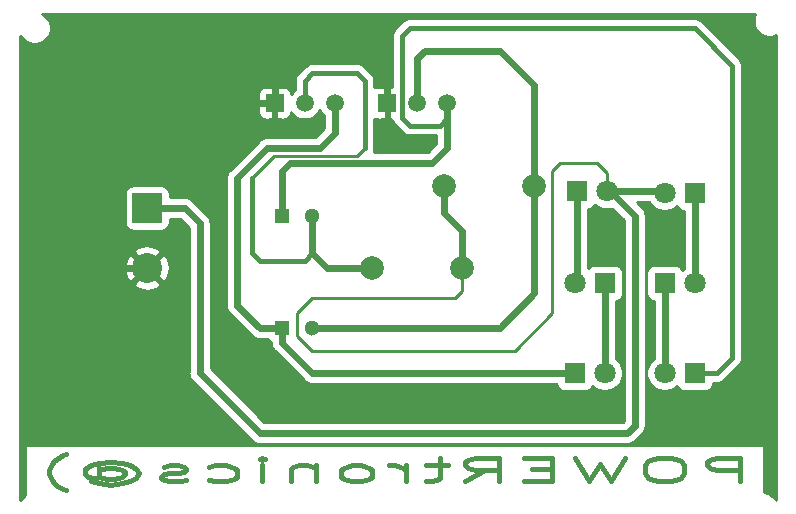
<source format=gbr>
%TF.GenerationSoftware,KiCad,Pcbnew,(5.1.6)-1*%
%TF.CreationDate,2020-09-07T12:27:48+05:30*%
%TF.ProjectId,using 2n222a,7573696e-6720-4326-9e32-3232612e6b69,rev?*%
%TF.SameCoordinates,Original*%
%TF.FileFunction,Copper,L2,Bot*%
%TF.FilePolarity,Positive*%
%FSLAX46Y46*%
G04 Gerber Fmt 4.6, Leading zero omitted, Abs format (unit mm)*
G04 Created by KiCad (PCBNEW (5.1.6)-1) date 2020-09-07 12:27:48*
%MOMM*%
%LPD*%
G01*
G04 APERTURE LIST*
%TA.AperFunction,NonConductor*%
%ADD10C,0.400000*%
%TD*%
%TA.AperFunction,ComponentPad*%
%ADD11C,1.300000*%
%TD*%
%TA.AperFunction,ComponentPad*%
%ADD12R,1.300000X1.300000*%
%TD*%
%TA.AperFunction,ComponentPad*%
%ADD13R,1.800000X1.800000*%
%TD*%
%TA.AperFunction,ComponentPad*%
%ADD14C,1.800000*%
%TD*%
%TA.AperFunction,ComponentPad*%
%ADD15R,2.540000X2.540000*%
%TD*%
%TA.AperFunction,ComponentPad*%
%ADD16C,2.540000*%
%TD*%
%TA.AperFunction,ComponentPad*%
%ADD17C,1.520000*%
%TD*%
%TA.AperFunction,ComponentPad*%
%ADD18R,1.520000X1.520000*%
%TD*%
%TA.AperFunction,ComponentPad*%
%ADD19C,1.998980*%
%TD*%
%TA.AperFunction,Conductor*%
%ADD20C,0.600000*%
%TD*%
%TA.AperFunction,Conductor*%
%ADD21C,0.400000*%
%TD*%
%TA.AperFunction,Conductor*%
%ADD22C,0.250000*%
%TD*%
%TA.AperFunction,Conductor*%
%ADD23C,0.254000*%
%TD*%
G04 APERTURE END LIST*
D10*
X186765714Y-130444761D02*
X186765714Y-128444761D01*
X184860952Y-128444761D01*
X184384761Y-128540000D01*
X184146666Y-128635238D01*
X183908571Y-128825714D01*
X183908571Y-129111428D01*
X184146666Y-129301904D01*
X184384761Y-129397142D01*
X184860952Y-129492380D01*
X186765714Y-129492380D01*
X180813333Y-128444761D02*
X179860952Y-128444761D01*
X179384761Y-128540000D01*
X178908571Y-128730476D01*
X178670476Y-129111428D01*
X178670476Y-129778095D01*
X178908571Y-130159047D01*
X179384761Y-130349523D01*
X179860952Y-130444761D01*
X180813333Y-130444761D01*
X181289523Y-130349523D01*
X181765714Y-130159047D01*
X182003809Y-129778095D01*
X182003809Y-129111428D01*
X181765714Y-128730476D01*
X181289523Y-128540000D01*
X180813333Y-128444761D01*
X177003809Y-128444761D02*
X175813333Y-130444761D01*
X174860952Y-129016190D01*
X173908571Y-130444761D01*
X172718095Y-128444761D01*
X170813333Y-129397142D02*
X169146666Y-129397142D01*
X168432380Y-130444761D02*
X170813333Y-130444761D01*
X170813333Y-128444761D01*
X168432380Y-128444761D01*
X163432380Y-130444761D02*
X165099047Y-129492380D01*
X166289523Y-130444761D02*
X166289523Y-128444761D01*
X164384761Y-128444761D01*
X163908571Y-128540000D01*
X163670476Y-128635238D01*
X163432380Y-128825714D01*
X163432380Y-129111428D01*
X163670476Y-129301904D01*
X163908571Y-129397142D01*
X164384761Y-129492380D01*
X166289523Y-129492380D01*
X162003809Y-129111428D02*
X160099047Y-129111428D01*
X161289523Y-128444761D02*
X161289523Y-130159047D01*
X161051428Y-130349523D01*
X160575238Y-130444761D01*
X160099047Y-130444761D01*
X158432380Y-130444761D02*
X158432380Y-129111428D01*
X158432380Y-129492380D02*
X158194285Y-129301904D01*
X157956190Y-129206666D01*
X157480000Y-129111428D01*
X157003809Y-129111428D01*
X154622857Y-130444761D02*
X155099047Y-130349523D01*
X155337142Y-130254285D01*
X155575238Y-130063809D01*
X155575238Y-129492380D01*
X155337142Y-129301904D01*
X155099047Y-129206666D01*
X154622857Y-129111428D01*
X153908571Y-129111428D01*
X153432380Y-129206666D01*
X153194285Y-129301904D01*
X152956190Y-129492380D01*
X152956190Y-130063809D01*
X153194285Y-130254285D01*
X153432380Y-130349523D01*
X153908571Y-130444761D01*
X154622857Y-130444761D01*
X150813333Y-129111428D02*
X150813333Y-130444761D01*
X150813333Y-129301904D02*
X150575238Y-129206666D01*
X150099047Y-129111428D01*
X149384761Y-129111428D01*
X148908571Y-129206666D01*
X148670476Y-129397142D01*
X148670476Y-130444761D01*
X146289523Y-130444761D02*
X146289523Y-129111428D01*
X146289523Y-128444761D02*
X146527619Y-128540000D01*
X146289523Y-128635238D01*
X146051428Y-128540000D01*
X146289523Y-128444761D01*
X146289523Y-128635238D01*
X141765714Y-130349523D02*
X142241904Y-130444761D01*
X143194285Y-130444761D01*
X143670476Y-130349523D01*
X143908571Y-130254285D01*
X144146666Y-130063809D01*
X144146666Y-129492380D01*
X143908571Y-129301904D01*
X143670476Y-129206666D01*
X143194285Y-129111428D01*
X142241904Y-129111428D01*
X141765714Y-129206666D01*
X139860952Y-130349523D02*
X139384761Y-130444761D01*
X138432380Y-130444761D01*
X137956190Y-130349523D01*
X137718095Y-130159047D01*
X137718095Y-130063809D01*
X137956190Y-129873333D01*
X138432380Y-129778095D01*
X139146666Y-129778095D01*
X139622857Y-129682857D01*
X139860952Y-129492380D01*
X139860952Y-129397142D01*
X139622857Y-129206666D01*
X139146666Y-129111428D01*
X138432380Y-129111428D01*
X137956190Y-129206666D01*
X132480000Y-129492380D02*
X132718095Y-129397142D01*
X133194285Y-129301904D01*
X133670476Y-129301904D01*
X134146666Y-129397142D01*
X134384761Y-129492380D01*
X134622857Y-129682857D01*
X134622857Y-129873333D01*
X134384761Y-130063809D01*
X134146666Y-130159047D01*
X133670476Y-130254285D01*
X133194285Y-130254285D01*
X132718095Y-130159047D01*
X132480000Y-130063809D01*
X132480000Y-129301904D02*
X132480000Y-130063809D01*
X132241904Y-130159047D01*
X132003809Y-130159047D01*
X131527619Y-130063809D01*
X131289523Y-129873333D01*
X131289523Y-129397142D01*
X131765714Y-129111428D01*
X132480000Y-128920952D01*
X133432380Y-128825714D01*
X134384761Y-128920952D01*
X135099047Y-129111428D01*
X135575238Y-129397142D01*
X135813333Y-129778095D01*
X135575238Y-130159047D01*
X135099047Y-130444761D01*
X134384761Y-130635238D01*
X133432380Y-130730476D01*
X132480000Y-130635238D01*
X131765714Y-130444761D01*
X129622857Y-131206666D02*
X129384761Y-131111428D01*
X128908571Y-130825714D01*
X128670476Y-130635238D01*
X128432380Y-130349523D01*
X128194285Y-129873333D01*
X128194285Y-129492380D01*
X128432380Y-129016190D01*
X128670476Y-128730476D01*
X128908571Y-128540000D01*
X129384761Y-128254285D01*
X129622857Y-128159047D01*
D11*
%TO.P,C1,2*%
%TO.N,Net-(C1-Pad2)*%
X150455000Y-117475000D03*
D12*
%TO.P,C1,1*%
%TO.N,Net-(C1-Pad1)*%
X147955000Y-117475000D03*
%TD*%
D11*
%TO.P,C2,2*%
%TO.N,Net-(C2-Pad2)*%
X150455000Y-107950000D03*
D12*
%TO.P,C2,1*%
%TO.N,Net-(C2-Pad1)*%
X147955000Y-107950000D03*
%TD*%
D13*
%TO.P,D1,1*%
%TO.N,Net-(D1-Pad1)*%
X172925001Y-105900000D03*
D14*
%TO.P,D1,2*%
%TO.N,Net-(D1-Pad2)*%
X175465001Y-105900000D03*
%TD*%
D13*
%TO.P,D2,1*%
%TO.N,Net-(D2-Pad1)*%
X175260000Y-113665000D03*
D14*
%TO.P,D2,2*%
%TO.N,Net-(D1-Pad1)*%
X172720000Y-113665000D03*
%TD*%
D13*
%TO.P,D3,1*%
%TO.N,Net-(C1-Pad1)*%
X172720000Y-121285000D03*
D14*
%TO.P,D3,2*%
%TO.N,Net-(D2-Pad1)*%
X175260000Y-121285000D03*
%TD*%
D13*
%TO.P,D4,1*%
%TO.N,Net-(D4-Pad1)*%
X182880000Y-106045000D03*
D14*
%TO.P,D4,2*%
%TO.N,Net-(D1-Pad2)*%
X180340000Y-106045000D03*
%TD*%
D13*
%TO.P,D5,1*%
%TO.N,Net-(D5-Pad1)*%
X180340000Y-113665000D03*
D14*
%TO.P,D5,2*%
%TO.N,Net-(D4-Pad1)*%
X182880000Y-113665000D03*
%TD*%
D13*
%TO.P,D6,1*%
%TO.N,Net-(C2-Pad1)*%
X182880000Y-121285000D03*
D14*
%TO.P,D6,2*%
%TO.N,Net-(D5-Pad1)*%
X180340000Y-121285000D03*
%TD*%
D15*
%TO.P,J1,1*%
%TO.N,Net-(D1-Pad2)*%
X136525000Y-107315000D03*
D16*
%TO.P,J1,2*%
%TO.N,Net-(J1-Pad2)*%
X136525000Y-112395000D03*
%TD*%
D17*
%TO.P,Q1,2*%
%TO.N,Net-(C2-Pad2)*%
X149860000Y-98425000D03*
%TO.P,Q1,3*%
%TO.N,Net-(C1-Pad1)*%
X152400000Y-98425000D03*
D18*
%TO.P,Q1,1*%
%TO.N,Net-(J1-Pad2)*%
X147320000Y-98425000D03*
%TD*%
D17*
%TO.P,Q2,2*%
%TO.N,Net-(C1-Pad2)*%
X159385000Y-98425000D03*
%TO.P,Q2,3*%
%TO.N,Net-(C2-Pad1)*%
X161925000Y-98425000D03*
D18*
%TO.P,Q2,1*%
%TO.N,Net-(J1-Pad2)*%
X156845000Y-98425000D03*
%TD*%
D19*
%TO.P,R1,1*%
%TO.N,Net-(D1-Pad2)*%
X161675001Y-105440120D03*
%TO.P,R1,2*%
%TO.N,Net-(C1-Pad2)*%
X169295001Y-105440120D03*
%TD*%
%TO.P,R2,1*%
%TO.N,Net-(D1-Pad2)*%
X163195000Y-112395000D03*
%TO.P,R2,2*%
%TO.N,Net-(C2-Pad2)*%
X155575000Y-112395000D03*
%TD*%
D20*
%TO.N,Net-(C1-Pad2)*%
X169295001Y-105440120D02*
X169295001Y-96905001D01*
X159385000Y-94615000D02*
X159385000Y-98425000D01*
X160020000Y-93980000D02*
X159385000Y-94615000D01*
X166370000Y-93980000D02*
X160020000Y-93980000D01*
X169295001Y-96905001D02*
X166370000Y-93980000D01*
X150455000Y-117475000D02*
X166370000Y-117475000D01*
X169295001Y-114549999D02*
X169295001Y-105440120D01*
X166370000Y-117475000D02*
X169295001Y-114549999D01*
%TO.N,Net-(C1-Pad1)*%
X147955000Y-117475000D02*
X147955000Y-118745000D01*
X150495000Y-121285000D02*
X172720000Y-121285000D01*
X147955000Y-118745000D02*
X150495000Y-121285000D01*
X147955000Y-117475000D02*
X146050000Y-117475000D01*
X152400000Y-100965000D02*
X152400000Y-98425000D01*
X151130000Y-102235000D02*
X152400000Y-100965000D01*
X146685000Y-102235000D02*
X151130000Y-102235000D01*
X144145000Y-104775000D02*
X146685000Y-102235000D01*
X144145000Y-115570000D02*
X144145000Y-104775000D01*
X146050000Y-117475000D02*
X144145000Y-115570000D01*
D21*
%TO.N,Net-(C2-Pad2)*%
X150455000Y-107950000D02*
X150455000Y-111165000D01*
X150455000Y-111165000D02*
X149860000Y-111760000D01*
X149860000Y-111760000D02*
X146050000Y-111760000D01*
X146050000Y-111760000D02*
X145415000Y-111125000D01*
X145415000Y-111125000D02*
X145415000Y-104775000D01*
D22*
X145415000Y-104775000D02*
X147310002Y-102879998D01*
X147310002Y-102879998D02*
X154305000Y-102879998D01*
X154305000Y-102879998D02*
X154940000Y-102244998D01*
D21*
X154940000Y-102244998D02*
X154940000Y-96520000D01*
X154940000Y-96520000D02*
X154305000Y-95885000D01*
X154305000Y-95885000D02*
X150495000Y-95885000D01*
X150495000Y-95885000D02*
X149860000Y-96520000D01*
X149860000Y-96520000D02*
X149860000Y-98425000D01*
D20*
X155575000Y-112395000D02*
X151765000Y-112395000D01*
X150455000Y-111085000D02*
X150455000Y-107950000D01*
X151765000Y-112395000D02*
X150455000Y-111085000D01*
D21*
%TO.N,Net-(C2-Pad1)*%
X161925000Y-98425000D02*
X161925000Y-99695000D01*
X184785000Y-121285000D02*
X182880000Y-121285000D01*
X186055000Y-120015000D02*
X184785000Y-121285000D01*
X186055000Y-95250000D02*
X186055000Y-120015000D01*
X182880000Y-92075000D02*
X186055000Y-95250000D01*
X158750000Y-92075000D02*
X182880000Y-92075000D01*
X158115000Y-92710000D02*
X158750000Y-92075000D01*
X158115000Y-99695000D02*
X158115000Y-92710000D01*
X158750000Y-100330000D02*
X158115000Y-99695000D01*
X161290000Y-100330000D02*
X158750000Y-100330000D01*
X161925000Y-99695000D02*
X161290000Y-100330000D01*
D20*
X147955000Y-107950000D02*
X147955000Y-104140000D01*
X161925000Y-102235000D02*
X161925000Y-99060000D01*
X160655000Y-103505000D02*
X161925000Y-102235000D01*
X148590000Y-103505000D02*
X160655000Y-103505000D01*
X147955000Y-104140000D02*
X148590000Y-103505000D01*
X161925000Y-99060000D02*
X161925000Y-98425000D01*
%TO.N,Net-(D1-Pad1)*%
X172925001Y-105900000D02*
X172925001Y-113459999D01*
X172925001Y-113459999D02*
X172720000Y-113665000D01*
D22*
%TO.N,Net-(D1-Pad2)*%
X175465001Y-105900000D02*
X175465001Y-104345001D01*
X163195000Y-114300000D02*
X163195000Y-112395000D01*
X162560000Y-114935000D02*
X163195000Y-114300000D01*
X150495000Y-114935000D02*
X162560000Y-114935000D01*
X149225000Y-116205000D02*
X150495000Y-114935000D01*
X149225000Y-118110000D02*
X149225000Y-116205000D01*
X150495000Y-119380000D02*
X149225000Y-118110000D01*
X167640000Y-119380000D02*
X150495000Y-119380000D01*
X170815000Y-116205000D02*
X167640000Y-119380000D01*
X170815000Y-104140000D02*
X170815000Y-116205000D01*
X171450000Y-103505000D02*
X170815000Y-104140000D01*
X174625000Y-103505000D02*
X171450000Y-103505000D01*
X175465001Y-104345001D02*
X174625000Y-103505000D01*
X175465001Y-105900000D02*
X175750000Y-105900000D01*
D20*
X175750000Y-105900000D02*
X177800000Y-107950000D01*
X139700000Y-107315000D02*
X136525000Y-107315000D01*
X140970000Y-108585000D02*
X139700000Y-107315000D01*
X140970000Y-121285000D02*
X140970000Y-108585000D01*
X146050000Y-126365000D02*
X140970000Y-121285000D01*
X177165000Y-126365000D02*
X146050000Y-126365000D01*
X177800000Y-125730000D02*
X177165000Y-126365000D01*
X177800000Y-107950000D02*
X177800000Y-125730000D01*
X175465001Y-105900000D02*
X180195000Y-105900000D01*
X180195000Y-105900000D02*
X180340000Y-106045000D01*
X161675001Y-105440120D02*
X161675001Y-107700001D01*
X163195000Y-109220000D02*
X163195000Y-112395000D01*
X161675001Y-107700001D02*
X163195000Y-109220000D01*
%TO.N,Net-(D2-Pad1)*%
X175260000Y-121285000D02*
X175260000Y-113665000D01*
%TO.N,Net-(D4-Pad1)*%
X182880000Y-106045000D02*
X182880000Y-113665000D01*
%TO.N,Net-(D5-Pad1)*%
X180340000Y-121285000D02*
X180340000Y-113665000D01*
%TO.N,Net-(J1-Pad2)*%
X147320000Y-98425000D02*
X134620000Y-98425000D01*
X133350000Y-112395000D02*
X136525000Y-112395000D01*
X131445000Y-110490000D02*
X133350000Y-112395000D01*
X131445000Y-101600000D02*
X131445000Y-110490000D01*
X134620000Y-98425000D02*
X131445000Y-101600000D01*
X147320000Y-98425000D02*
X147320000Y-95885000D01*
X156845000Y-95885000D02*
X156845000Y-98425000D01*
X155575000Y-94615000D02*
X156845000Y-95885000D01*
X148590000Y-94615000D02*
X155575000Y-94615000D01*
X147320000Y-95885000D02*
X148590000Y-94615000D01*
%TD*%
D23*
%TO.N,Net-(J1-Pad2)*%
G36*
X187923776Y-91043761D02*
G01*
X187871573Y-91306207D01*
X187871573Y-91573793D01*
X187923776Y-91836239D01*
X188026177Y-92083457D01*
X188174841Y-92305947D01*
X188364053Y-92495159D01*
X188586543Y-92643823D01*
X188833761Y-92746224D01*
X189096207Y-92798427D01*
X189363793Y-92798427D01*
X189626239Y-92746224D01*
X189790001Y-92678392D01*
X189790000Y-132058339D01*
X189650159Y-131849053D01*
X189460947Y-131659841D01*
X189238457Y-131511177D01*
X188991239Y-131408776D01*
X188791191Y-131368985D01*
X188791191Y-127365000D01*
X126168810Y-127365000D01*
X126168810Y-131636617D01*
X126134053Y-131659841D01*
X125944841Y-131849053D01*
X125805000Y-132058339D01*
X125805000Y-113722852D01*
X135376753Y-113722852D01*
X135505076Y-114014871D01*
X135840695Y-114182723D01*
X136202611Y-114281874D01*
X136576916Y-114308514D01*
X136949227Y-114261618D01*
X137305235Y-114142988D01*
X137544924Y-114014871D01*
X137673247Y-113722852D01*
X136525000Y-112574605D01*
X135376753Y-113722852D01*
X125805000Y-113722852D01*
X125805000Y-112446916D01*
X134611486Y-112446916D01*
X134658382Y-112819227D01*
X134777012Y-113175235D01*
X134905129Y-113414924D01*
X135197148Y-113543247D01*
X136345395Y-112395000D01*
X136704605Y-112395000D01*
X137852852Y-113543247D01*
X138144871Y-113414924D01*
X138312723Y-113079305D01*
X138411874Y-112717389D01*
X138438514Y-112343084D01*
X138391618Y-111970773D01*
X138272988Y-111614765D01*
X138144871Y-111375076D01*
X137852852Y-111246753D01*
X136704605Y-112395000D01*
X136345395Y-112395000D01*
X135197148Y-111246753D01*
X134905129Y-111375076D01*
X134737277Y-111710695D01*
X134638126Y-112072611D01*
X134611486Y-112446916D01*
X125805000Y-112446916D01*
X125805000Y-111067148D01*
X135376753Y-111067148D01*
X136525000Y-112215395D01*
X137673247Y-111067148D01*
X137544924Y-110775129D01*
X137209305Y-110607277D01*
X136847389Y-110508126D01*
X136473084Y-110481486D01*
X136100773Y-110528382D01*
X135744765Y-110647012D01*
X135505076Y-110775129D01*
X135376753Y-111067148D01*
X125805000Y-111067148D01*
X125805000Y-106045000D01*
X134616928Y-106045000D01*
X134616928Y-108585000D01*
X134629188Y-108709482D01*
X134665498Y-108829180D01*
X134724463Y-108939494D01*
X134803815Y-109036185D01*
X134900506Y-109115537D01*
X135010820Y-109174502D01*
X135130518Y-109210812D01*
X135255000Y-109223072D01*
X137795000Y-109223072D01*
X137919482Y-109210812D01*
X138039180Y-109174502D01*
X138149494Y-109115537D01*
X138246185Y-109036185D01*
X138325537Y-108939494D01*
X138384502Y-108829180D01*
X138420812Y-108709482D01*
X138433072Y-108585000D01*
X138433072Y-108250000D01*
X139312711Y-108250000D01*
X140035001Y-108972291D01*
X140035000Y-121239068D01*
X140030476Y-121285000D01*
X140035000Y-121330931D01*
X140048529Y-121468291D01*
X140101993Y-121644539D01*
X140188814Y-121806971D01*
X140305656Y-121949344D01*
X140341341Y-121978630D01*
X145356370Y-126993659D01*
X145385656Y-127029344D01*
X145528028Y-127146186D01*
X145690460Y-127233007D01*
X145866708Y-127286471D01*
X146050000Y-127304524D01*
X146095932Y-127300000D01*
X177119068Y-127300000D01*
X177165000Y-127304524D01*
X177210932Y-127300000D01*
X177348292Y-127286471D01*
X177524540Y-127233007D01*
X177686972Y-127146186D01*
X177829344Y-127029344D01*
X177858630Y-126993659D01*
X178428659Y-126423630D01*
X178464344Y-126394344D01*
X178581186Y-126251972D01*
X178637765Y-126146120D01*
X178668007Y-126089541D01*
X178721472Y-125913292D01*
X178739524Y-125730000D01*
X178735000Y-125684065D01*
X178735000Y-107995931D01*
X178739524Y-107950000D01*
X178721471Y-107766708D01*
X178706390Y-107716993D01*
X178668007Y-107590460D01*
X178581186Y-107428028D01*
X178464344Y-107285656D01*
X178428660Y-107256371D01*
X178007289Y-106835000D01*
X179021733Y-106835000D01*
X179147688Y-107023505D01*
X179361495Y-107237312D01*
X179612905Y-107405299D01*
X179892257Y-107521011D01*
X180188816Y-107580000D01*
X180491184Y-107580000D01*
X180787743Y-107521011D01*
X181067095Y-107405299D01*
X181318505Y-107237312D01*
X181384944Y-107170873D01*
X181390498Y-107189180D01*
X181449463Y-107299494D01*
X181528815Y-107396185D01*
X181625506Y-107475537D01*
X181735820Y-107534502D01*
X181855518Y-107570812D01*
X181945000Y-107579625D01*
X181945001Y-112443618D01*
X181901495Y-112472688D01*
X181835056Y-112539127D01*
X181829502Y-112520820D01*
X181770537Y-112410506D01*
X181691185Y-112313815D01*
X181594494Y-112234463D01*
X181484180Y-112175498D01*
X181364482Y-112139188D01*
X181240000Y-112126928D01*
X179440000Y-112126928D01*
X179315518Y-112139188D01*
X179195820Y-112175498D01*
X179085506Y-112234463D01*
X178988815Y-112313815D01*
X178909463Y-112410506D01*
X178850498Y-112520820D01*
X178814188Y-112640518D01*
X178801928Y-112765000D01*
X178801928Y-114565000D01*
X178814188Y-114689482D01*
X178850498Y-114809180D01*
X178909463Y-114919494D01*
X178988815Y-115016185D01*
X179085506Y-115095537D01*
X179195820Y-115154502D01*
X179315518Y-115190812D01*
X179405001Y-115199625D01*
X179405000Y-120063619D01*
X179361495Y-120092688D01*
X179147688Y-120306495D01*
X178979701Y-120557905D01*
X178863989Y-120837257D01*
X178805000Y-121133816D01*
X178805000Y-121436184D01*
X178863989Y-121732743D01*
X178979701Y-122012095D01*
X179147688Y-122263505D01*
X179361495Y-122477312D01*
X179612905Y-122645299D01*
X179892257Y-122761011D01*
X180188816Y-122820000D01*
X180491184Y-122820000D01*
X180787743Y-122761011D01*
X181067095Y-122645299D01*
X181318505Y-122477312D01*
X181384944Y-122410873D01*
X181390498Y-122429180D01*
X181449463Y-122539494D01*
X181528815Y-122636185D01*
X181625506Y-122715537D01*
X181735820Y-122774502D01*
X181855518Y-122810812D01*
X181980000Y-122823072D01*
X183780000Y-122823072D01*
X183904482Y-122810812D01*
X184024180Y-122774502D01*
X184134494Y-122715537D01*
X184231185Y-122636185D01*
X184310537Y-122539494D01*
X184369502Y-122429180D01*
X184405812Y-122309482D01*
X184418072Y-122185000D01*
X184418072Y-122120000D01*
X184743982Y-122120000D01*
X184785000Y-122124040D01*
X184826018Y-122120000D01*
X184826019Y-122120000D01*
X184948689Y-122107918D01*
X185106087Y-122060172D01*
X185251146Y-121982636D01*
X185378291Y-121878291D01*
X185404446Y-121846421D01*
X186616426Y-120634442D01*
X186648291Y-120608291D01*
X186752636Y-120481146D01*
X186830172Y-120336087D01*
X186877918Y-120178689D01*
X186890000Y-120056019D01*
X186890000Y-120056017D01*
X186894040Y-120015001D01*
X186890000Y-119973985D01*
X186890000Y-95291018D01*
X186894040Y-95249999D01*
X186877918Y-95086311D01*
X186830172Y-94928913D01*
X186752636Y-94783854D01*
X186734033Y-94761186D01*
X186648291Y-94656709D01*
X186616428Y-94630560D01*
X183499446Y-91513579D01*
X183473291Y-91481709D01*
X183346146Y-91377364D01*
X183201087Y-91299828D01*
X183043689Y-91252082D01*
X182921019Y-91240000D01*
X182921018Y-91240000D01*
X182880000Y-91235960D01*
X182838982Y-91240000D01*
X158791018Y-91240000D01*
X158750000Y-91235960D01*
X158708982Y-91240000D01*
X158708981Y-91240000D01*
X158586311Y-91252082D01*
X158428913Y-91299828D01*
X158283854Y-91377364D01*
X158217837Y-91431543D01*
X158156709Y-91481709D01*
X158130562Y-91513569D01*
X157553573Y-92090559D01*
X157521710Y-92116709D01*
X157495562Y-92148571D01*
X157417364Y-92243855D01*
X157339828Y-92388914D01*
X157292082Y-92546312D01*
X157275960Y-92710000D01*
X157280001Y-92751028D01*
X157280000Y-97029033D01*
X157130750Y-97030000D01*
X156972000Y-97188750D01*
X156972000Y-98298000D01*
X156992000Y-98298000D01*
X156992000Y-98552000D01*
X156972000Y-98552000D01*
X156972000Y-99661250D01*
X157130750Y-99820000D01*
X157288372Y-99821021D01*
X157292082Y-99858688D01*
X157339828Y-100016086D01*
X157417364Y-100161145D01*
X157521709Y-100288291D01*
X157553578Y-100314445D01*
X158130562Y-100891431D01*
X158156709Y-100923291D01*
X158188568Y-100949437D01*
X158188570Y-100949439D01*
X158263499Y-101010931D01*
X158283854Y-101027636D01*
X158428913Y-101105172D01*
X158586311Y-101152918D01*
X158708981Y-101165000D01*
X158708982Y-101165000D01*
X158750000Y-101169040D01*
X158791018Y-101165000D01*
X160990000Y-101165000D01*
X160990000Y-101847710D01*
X160267711Y-102570000D01*
X155713079Y-102570000D01*
X155715172Y-102566085D01*
X155762918Y-102408687D01*
X155775000Y-102286017D01*
X155775000Y-99739320D01*
X155840820Y-99774502D01*
X155960518Y-99810812D01*
X156085000Y-99823072D01*
X156559250Y-99820000D01*
X156718000Y-99661250D01*
X156718000Y-98552000D01*
X156698000Y-98552000D01*
X156698000Y-98298000D01*
X156718000Y-98298000D01*
X156718000Y-97188750D01*
X156559250Y-97030000D01*
X156085000Y-97026928D01*
X155960518Y-97039188D01*
X155840820Y-97075498D01*
X155775000Y-97110680D01*
X155775000Y-96561018D01*
X155779040Y-96520000D01*
X155771794Y-96446429D01*
X155762918Y-96356311D01*
X155715172Y-96198913D01*
X155637636Y-96053854D01*
X155565107Y-95965477D01*
X155559439Y-95958570D01*
X155559437Y-95958568D01*
X155533291Y-95926709D01*
X155501431Y-95900562D01*
X154924445Y-95323578D01*
X154898291Y-95291709D01*
X154771146Y-95187364D01*
X154626087Y-95109828D01*
X154468689Y-95062082D01*
X154346019Y-95050000D01*
X154346018Y-95050000D01*
X154305000Y-95045960D01*
X154263982Y-95050000D01*
X150536018Y-95050000D01*
X150495000Y-95045960D01*
X150453982Y-95050000D01*
X150453981Y-95050000D01*
X150331311Y-95062082D01*
X150173913Y-95109828D01*
X150028854Y-95187364D01*
X149952533Y-95249999D01*
X149901709Y-95291709D01*
X149875562Y-95323569D01*
X149298578Y-95900555D01*
X149266709Y-95926709D01*
X149166604Y-96048688D01*
X149162364Y-96053855D01*
X149084828Y-96198914D01*
X149037082Y-96356312D01*
X149020960Y-96520000D01*
X149025000Y-96561019D01*
X149025000Y-97305177D01*
X148970739Y-97341433D01*
X148776433Y-97535739D01*
X148714474Y-97628467D01*
X148705812Y-97540518D01*
X148669502Y-97420820D01*
X148610537Y-97310506D01*
X148531185Y-97213815D01*
X148434494Y-97134463D01*
X148324180Y-97075498D01*
X148204482Y-97039188D01*
X148080000Y-97026928D01*
X147605750Y-97030000D01*
X147447000Y-97188750D01*
X147447000Y-98298000D01*
X147467000Y-98298000D01*
X147467000Y-98552000D01*
X147447000Y-98552000D01*
X147447000Y-99661250D01*
X147605750Y-99820000D01*
X148080000Y-99823072D01*
X148204482Y-99810812D01*
X148324180Y-99774502D01*
X148434494Y-99715537D01*
X148531185Y-99636185D01*
X148610537Y-99539494D01*
X148669502Y-99429180D01*
X148705812Y-99309482D01*
X148714474Y-99221533D01*
X148776433Y-99314261D01*
X148970739Y-99508567D01*
X149199220Y-99661233D01*
X149453093Y-99766391D01*
X149722604Y-99820000D01*
X149997396Y-99820000D01*
X150266907Y-99766391D01*
X150520780Y-99661233D01*
X150749261Y-99508567D01*
X150943567Y-99314261D01*
X151096233Y-99085780D01*
X151130000Y-99004260D01*
X151163767Y-99085780D01*
X151316433Y-99314261D01*
X151465001Y-99462829D01*
X151465000Y-100577710D01*
X150742711Y-101300000D01*
X146730924Y-101300000D01*
X146684999Y-101295477D01*
X146639074Y-101300000D01*
X146639068Y-101300000D01*
X146520110Y-101311717D01*
X146501707Y-101313529D01*
X146465409Y-101324540D01*
X146325460Y-101366993D01*
X146163028Y-101453814D01*
X146020656Y-101570656D01*
X145991376Y-101606334D01*
X143516336Y-104081375D01*
X143480657Y-104110656D01*
X143363815Y-104253028D01*
X143299054Y-104374188D01*
X143276994Y-104415460D01*
X143223529Y-104591709D01*
X143205476Y-104775000D01*
X143210001Y-104820942D01*
X143210000Y-115524068D01*
X143205476Y-115570000D01*
X143216705Y-115684003D01*
X143223529Y-115753291D01*
X143276993Y-115929539D01*
X143363814Y-116091971D01*
X143480656Y-116234344D01*
X143516341Y-116263630D01*
X145356370Y-118103659D01*
X145385656Y-118139344D01*
X145528028Y-118256186D01*
X145690460Y-118343007D01*
X145866708Y-118396471D01*
X146050000Y-118414524D01*
X146095932Y-118410000D01*
X146737317Y-118410000D01*
X146774463Y-118479494D01*
X146853815Y-118576185D01*
X146950506Y-118655537D01*
X147020001Y-118692683D01*
X147020001Y-118699059D01*
X147015476Y-118745000D01*
X147033529Y-118928291D01*
X147041851Y-118955724D01*
X147086994Y-119104540D01*
X147173815Y-119266972D01*
X147290657Y-119409344D01*
X147326336Y-119438625D01*
X149801374Y-121913664D01*
X149830656Y-121949344D01*
X149973028Y-122066186D01*
X150135460Y-122153007D01*
X150258243Y-122190253D01*
X150311707Y-122206471D01*
X150330110Y-122208283D01*
X150449068Y-122220000D01*
X150449074Y-122220000D01*
X150494999Y-122224523D01*
X150540924Y-122220000D01*
X171185375Y-122220000D01*
X171194188Y-122309482D01*
X171230498Y-122429180D01*
X171289463Y-122539494D01*
X171368815Y-122636185D01*
X171465506Y-122715537D01*
X171575820Y-122774502D01*
X171695518Y-122810812D01*
X171820000Y-122823072D01*
X173620000Y-122823072D01*
X173744482Y-122810812D01*
X173864180Y-122774502D01*
X173974494Y-122715537D01*
X174071185Y-122636185D01*
X174150537Y-122539494D01*
X174209502Y-122429180D01*
X174215056Y-122410873D01*
X174281495Y-122477312D01*
X174532905Y-122645299D01*
X174812257Y-122761011D01*
X175108816Y-122820000D01*
X175411184Y-122820000D01*
X175707743Y-122761011D01*
X175987095Y-122645299D01*
X176238505Y-122477312D01*
X176452312Y-122263505D01*
X176620299Y-122012095D01*
X176736011Y-121732743D01*
X176795000Y-121436184D01*
X176795000Y-121133816D01*
X176736011Y-120837257D01*
X176620299Y-120557905D01*
X176452312Y-120306495D01*
X176238505Y-120092688D01*
X176195000Y-120063619D01*
X176195000Y-115199625D01*
X176284482Y-115190812D01*
X176404180Y-115154502D01*
X176514494Y-115095537D01*
X176611185Y-115016185D01*
X176690537Y-114919494D01*
X176749502Y-114809180D01*
X176785812Y-114689482D01*
X176798072Y-114565000D01*
X176798072Y-112765000D01*
X176785812Y-112640518D01*
X176749502Y-112520820D01*
X176690537Y-112410506D01*
X176611185Y-112313815D01*
X176514494Y-112234463D01*
X176404180Y-112175498D01*
X176284482Y-112139188D01*
X176160000Y-112126928D01*
X174360000Y-112126928D01*
X174235518Y-112139188D01*
X174115820Y-112175498D01*
X174005506Y-112234463D01*
X173908815Y-112313815D01*
X173860001Y-112373295D01*
X173860001Y-107434625D01*
X173949483Y-107425812D01*
X174069181Y-107389502D01*
X174179495Y-107330537D01*
X174276186Y-107251185D01*
X174355538Y-107154494D01*
X174414503Y-107044180D01*
X174420057Y-107025873D01*
X174486496Y-107092312D01*
X174737906Y-107260299D01*
X175017258Y-107376011D01*
X175313817Y-107435000D01*
X175616185Y-107435000D01*
X175905219Y-107377508D01*
X176865000Y-108337289D01*
X176865001Y-125342710D01*
X176777711Y-125430000D01*
X146437289Y-125430000D01*
X141905000Y-120897711D01*
X141905000Y-108630931D01*
X141909524Y-108584999D01*
X141891471Y-108401707D01*
X141860172Y-108298529D01*
X141838007Y-108225460D01*
X141751186Y-108063028D01*
X141634344Y-107920656D01*
X141598664Y-107891374D01*
X140393630Y-106686341D01*
X140364344Y-106650656D01*
X140221972Y-106533814D01*
X140059540Y-106446993D01*
X139883292Y-106393529D01*
X139745932Y-106380000D01*
X139700000Y-106375476D01*
X139654068Y-106380000D01*
X138433072Y-106380000D01*
X138433072Y-106045000D01*
X138420812Y-105920518D01*
X138384502Y-105800820D01*
X138325537Y-105690506D01*
X138246185Y-105593815D01*
X138149494Y-105514463D01*
X138039180Y-105455498D01*
X137919482Y-105419188D01*
X137795000Y-105406928D01*
X135255000Y-105406928D01*
X135130518Y-105419188D01*
X135010820Y-105455498D01*
X134900506Y-105514463D01*
X134803815Y-105593815D01*
X134724463Y-105690506D01*
X134665498Y-105800820D01*
X134629188Y-105920518D01*
X134616928Y-106045000D01*
X125805000Y-106045000D01*
X125805000Y-99185000D01*
X145921928Y-99185000D01*
X145934188Y-99309482D01*
X145970498Y-99429180D01*
X146029463Y-99539494D01*
X146108815Y-99636185D01*
X146205506Y-99715537D01*
X146315820Y-99774502D01*
X146435518Y-99810812D01*
X146560000Y-99823072D01*
X147034250Y-99820000D01*
X147193000Y-99661250D01*
X147193000Y-98552000D01*
X146083750Y-98552000D01*
X145925000Y-98710750D01*
X145921928Y-99185000D01*
X125805000Y-99185000D01*
X125805000Y-97665000D01*
X145921928Y-97665000D01*
X145925000Y-98139250D01*
X146083750Y-98298000D01*
X147193000Y-98298000D01*
X147193000Y-97188750D01*
X147034250Y-97030000D01*
X146560000Y-97026928D01*
X146435518Y-97039188D01*
X146315820Y-97075498D01*
X146205506Y-97134463D01*
X146108815Y-97213815D01*
X146029463Y-97310506D01*
X145970498Y-97420820D01*
X145934188Y-97540518D01*
X145921928Y-97665000D01*
X125805000Y-97665000D01*
X125805000Y-92731661D01*
X125944841Y-92940947D01*
X126134053Y-93130159D01*
X126356543Y-93278823D01*
X126603761Y-93381224D01*
X126866207Y-93433427D01*
X127133793Y-93433427D01*
X127396239Y-93381224D01*
X127643457Y-93278823D01*
X127865947Y-93130159D01*
X128055159Y-92940947D01*
X128203823Y-92718457D01*
X128306224Y-92471239D01*
X128358427Y-92208793D01*
X128358427Y-91941207D01*
X128306224Y-91678761D01*
X128203823Y-91431543D01*
X128055159Y-91209053D01*
X127865947Y-91019841D01*
X127656661Y-90880000D01*
X187991608Y-90880000D01*
X187923776Y-91043761D01*
G37*
X187923776Y-91043761D02*
X187871573Y-91306207D01*
X187871573Y-91573793D01*
X187923776Y-91836239D01*
X188026177Y-92083457D01*
X188174841Y-92305947D01*
X188364053Y-92495159D01*
X188586543Y-92643823D01*
X188833761Y-92746224D01*
X189096207Y-92798427D01*
X189363793Y-92798427D01*
X189626239Y-92746224D01*
X189790001Y-92678392D01*
X189790000Y-132058339D01*
X189650159Y-131849053D01*
X189460947Y-131659841D01*
X189238457Y-131511177D01*
X188991239Y-131408776D01*
X188791191Y-131368985D01*
X188791191Y-127365000D01*
X126168810Y-127365000D01*
X126168810Y-131636617D01*
X126134053Y-131659841D01*
X125944841Y-131849053D01*
X125805000Y-132058339D01*
X125805000Y-113722852D01*
X135376753Y-113722852D01*
X135505076Y-114014871D01*
X135840695Y-114182723D01*
X136202611Y-114281874D01*
X136576916Y-114308514D01*
X136949227Y-114261618D01*
X137305235Y-114142988D01*
X137544924Y-114014871D01*
X137673247Y-113722852D01*
X136525000Y-112574605D01*
X135376753Y-113722852D01*
X125805000Y-113722852D01*
X125805000Y-112446916D01*
X134611486Y-112446916D01*
X134658382Y-112819227D01*
X134777012Y-113175235D01*
X134905129Y-113414924D01*
X135197148Y-113543247D01*
X136345395Y-112395000D01*
X136704605Y-112395000D01*
X137852852Y-113543247D01*
X138144871Y-113414924D01*
X138312723Y-113079305D01*
X138411874Y-112717389D01*
X138438514Y-112343084D01*
X138391618Y-111970773D01*
X138272988Y-111614765D01*
X138144871Y-111375076D01*
X137852852Y-111246753D01*
X136704605Y-112395000D01*
X136345395Y-112395000D01*
X135197148Y-111246753D01*
X134905129Y-111375076D01*
X134737277Y-111710695D01*
X134638126Y-112072611D01*
X134611486Y-112446916D01*
X125805000Y-112446916D01*
X125805000Y-111067148D01*
X135376753Y-111067148D01*
X136525000Y-112215395D01*
X137673247Y-111067148D01*
X137544924Y-110775129D01*
X137209305Y-110607277D01*
X136847389Y-110508126D01*
X136473084Y-110481486D01*
X136100773Y-110528382D01*
X135744765Y-110647012D01*
X135505076Y-110775129D01*
X135376753Y-111067148D01*
X125805000Y-111067148D01*
X125805000Y-106045000D01*
X134616928Y-106045000D01*
X134616928Y-108585000D01*
X134629188Y-108709482D01*
X134665498Y-108829180D01*
X134724463Y-108939494D01*
X134803815Y-109036185D01*
X134900506Y-109115537D01*
X135010820Y-109174502D01*
X135130518Y-109210812D01*
X135255000Y-109223072D01*
X137795000Y-109223072D01*
X137919482Y-109210812D01*
X138039180Y-109174502D01*
X138149494Y-109115537D01*
X138246185Y-109036185D01*
X138325537Y-108939494D01*
X138384502Y-108829180D01*
X138420812Y-108709482D01*
X138433072Y-108585000D01*
X138433072Y-108250000D01*
X139312711Y-108250000D01*
X140035001Y-108972291D01*
X140035000Y-121239068D01*
X140030476Y-121285000D01*
X140035000Y-121330931D01*
X140048529Y-121468291D01*
X140101993Y-121644539D01*
X140188814Y-121806971D01*
X140305656Y-121949344D01*
X140341341Y-121978630D01*
X145356370Y-126993659D01*
X145385656Y-127029344D01*
X145528028Y-127146186D01*
X145690460Y-127233007D01*
X145866708Y-127286471D01*
X146050000Y-127304524D01*
X146095932Y-127300000D01*
X177119068Y-127300000D01*
X177165000Y-127304524D01*
X177210932Y-127300000D01*
X177348292Y-127286471D01*
X177524540Y-127233007D01*
X177686972Y-127146186D01*
X177829344Y-127029344D01*
X177858630Y-126993659D01*
X178428659Y-126423630D01*
X178464344Y-126394344D01*
X178581186Y-126251972D01*
X178637765Y-126146120D01*
X178668007Y-126089541D01*
X178721472Y-125913292D01*
X178739524Y-125730000D01*
X178735000Y-125684065D01*
X178735000Y-107995931D01*
X178739524Y-107950000D01*
X178721471Y-107766708D01*
X178706390Y-107716993D01*
X178668007Y-107590460D01*
X178581186Y-107428028D01*
X178464344Y-107285656D01*
X178428660Y-107256371D01*
X178007289Y-106835000D01*
X179021733Y-106835000D01*
X179147688Y-107023505D01*
X179361495Y-107237312D01*
X179612905Y-107405299D01*
X179892257Y-107521011D01*
X180188816Y-107580000D01*
X180491184Y-107580000D01*
X180787743Y-107521011D01*
X181067095Y-107405299D01*
X181318505Y-107237312D01*
X181384944Y-107170873D01*
X181390498Y-107189180D01*
X181449463Y-107299494D01*
X181528815Y-107396185D01*
X181625506Y-107475537D01*
X181735820Y-107534502D01*
X181855518Y-107570812D01*
X181945000Y-107579625D01*
X181945001Y-112443618D01*
X181901495Y-112472688D01*
X181835056Y-112539127D01*
X181829502Y-112520820D01*
X181770537Y-112410506D01*
X181691185Y-112313815D01*
X181594494Y-112234463D01*
X181484180Y-112175498D01*
X181364482Y-112139188D01*
X181240000Y-112126928D01*
X179440000Y-112126928D01*
X179315518Y-112139188D01*
X179195820Y-112175498D01*
X179085506Y-112234463D01*
X178988815Y-112313815D01*
X178909463Y-112410506D01*
X178850498Y-112520820D01*
X178814188Y-112640518D01*
X178801928Y-112765000D01*
X178801928Y-114565000D01*
X178814188Y-114689482D01*
X178850498Y-114809180D01*
X178909463Y-114919494D01*
X178988815Y-115016185D01*
X179085506Y-115095537D01*
X179195820Y-115154502D01*
X179315518Y-115190812D01*
X179405001Y-115199625D01*
X179405000Y-120063619D01*
X179361495Y-120092688D01*
X179147688Y-120306495D01*
X178979701Y-120557905D01*
X178863989Y-120837257D01*
X178805000Y-121133816D01*
X178805000Y-121436184D01*
X178863989Y-121732743D01*
X178979701Y-122012095D01*
X179147688Y-122263505D01*
X179361495Y-122477312D01*
X179612905Y-122645299D01*
X179892257Y-122761011D01*
X180188816Y-122820000D01*
X180491184Y-122820000D01*
X180787743Y-122761011D01*
X181067095Y-122645299D01*
X181318505Y-122477312D01*
X181384944Y-122410873D01*
X181390498Y-122429180D01*
X181449463Y-122539494D01*
X181528815Y-122636185D01*
X181625506Y-122715537D01*
X181735820Y-122774502D01*
X181855518Y-122810812D01*
X181980000Y-122823072D01*
X183780000Y-122823072D01*
X183904482Y-122810812D01*
X184024180Y-122774502D01*
X184134494Y-122715537D01*
X184231185Y-122636185D01*
X184310537Y-122539494D01*
X184369502Y-122429180D01*
X184405812Y-122309482D01*
X184418072Y-122185000D01*
X184418072Y-122120000D01*
X184743982Y-122120000D01*
X184785000Y-122124040D01*
X184826018Y-122120000D01*
X184826019Y-122120000D01*
X184948689Y-122107918D01*
X185106087Y-122060172D01*
X185251146Y-121982636D01*
X185378291Y-121878291D01*
X185404446Y-121846421D01*
X186616426Y-120634442D01*
X186648291Y-120608291D01*
X186752636Y-120481146D01*
X186830172Y-120336087D01*
X186877918Y-120178689D01*
X186890000Y-120056019D01*
X186890000Y-120056017D01*
X186894040Y-120015001D01*
X186890000Y-119973985D01*
X186890000Y-95291018D01*
X186894040Y-95249999D01*
X186877918Y-95086311D01*
X186830172Y-94928913D01*
X186752636Y-94783854D01*
X186734033Y-94761186D01*
X186648291Y-94656709D01*
X186616428Y-94630560D01*
X183499446Y-91513579D01*
X183473291Y-91481709D01*
X183346146Y-91377364D01*
X183201087Y-91299828D01*
X183043689Y-91252082D01*
X182921019Y-91240000D01*
X182921018Y-91240000D01*
X182880000Y-91235960D01*
X182838982Y-91240000D01*
X158791018Y-91240000D01*
X158750000Y-91235960D01*
X158708982Y-91240000D01*
X158708981Y-91240000D01*
X158586311Y-91252082D01*
X158428913Y-91299828D01*
X158283854Y-91377364D01*
X158217837Y-91431543D01*
X158156709Y-91481709D01*
X158130562Y-91513569D01*
X157553573Y-92090559D01*
X157521710Y-92116709D01*
X157495562Y-92148571D01*
X157417364Y-92243855D01*
X157339828Y-92388914D01*
X157292082Y-92546312D01*
X157275960Y-92710000D01*
X157280001Y-92751028D01*
X157280000Y-97029033D01*
X157130750Y-97030000D01*
X156972000Y-97188750D01*
X156972000Y-98298000D01*
X156992000Y-98298000D01*
X156992000Y-98552000D01*
X156972000Y-98552000D01*
X156972000Y-99661250D01*
X157130750Y-99820000D01*
X157288372Y-99821021D01*
X157292082Y-99858688D01*
X157339828Y-100016086D01*
X157417364Y-100161145D01*
X157521709Y-100288291D01*
X157553578Y-100314445D01*
X158130562Y-100891431D01*
X158156709Y-100923291D01*
X158188568Y-100949437D01*
X158188570Y-100949439D01*
X158263499Y-101010931D01*
X158283854Y-101027636D01*
X158428913Y-101105172D01*
X158586311Y-101152918D01*
X158708981Y-101165000D01*
X158708982Y-101165000D01*
X158750000Y-101169040D01*
X158791018Y-101165000D01*
X160990000Y-101165000D01*
X160990000Y-101847710D01*
X160267711Y-102570000D01*
X155713079Y-102570000D01*
X155715172Y-102566085D01*
X155762918Y-102408687D01*
X155775000Y-102286017D01*
X155775000Y-99739320D01*
X155840820Y-99774502D01*
X155960518Y-99810812D01*
X156085000Y-99823072D01*
X156559250Y-99820000D01*
X156718000Y-99661250D01*
X156718000Y-98552000D01*
X156698000Y-98552000D01*
X156698000Y-98298000D01*
X156718000Y-98298000D01*
X156718000Y-97188750D01*
X156559250Y-97030000D01*
X156085000Y-97026928D01*
X155960518Y-97039188D01*
X155840820Y-97075498D01*
X155775000Y-97110680D01*
X155775000Y-96561018D01*
X155779040Y-96520000D01*
X155771794Y-96446429D01*
X155762918Y-96356311D01*
X155715172Y-96198913D01*
X155637636Y-96053854D01*
X155565107Y-95965477D01*
X155559439Y-95958570D01*
X155559437Y-95958568D01*
X155533291Y-95926709D01*
X155501431Y-95900562D01*
X154924445Y-95323578D01*
X154898291Y-95291709D01*
X154771146Y-95187364D01*
X154626087Y-95109828D01*
X154468689Y-95062082D01*
X154346019Y-95050000D01*
X154346018Y-95050000D01*
X154305000Y-95045960D01*
X154263982Y-95050000D01*
X150536018Y-95050000D01*
X150495000Y-95045960D01*
X150453982Y-95050000D01*
X150453981Y-95050000D01*
X150331311Y-95062082D01*
X150173913Y-95109828D01*
X150028854Y-95187364D01*
X149952533Y-95249999D01*
X149901709Y-95291709D01*
X149875562Y-95323569D01*
X149298578Y-95900555D01*
X149266709Y-95926709D01*
X149166604Y-96048688D01*
X149162364Y-96053855D01*
X149084828Y-96198914D01*
X149037082Y-96356312D01*
X149020960Y-96520000D01*
X149025000Y-96561019D01*
X149025000Y-97305177D01*
X148970739Y-97341433D01*
X148776433Y-97535739D01*
X148714474Y-97628467D01*
X148705812Y-97540518D01*
X148669502Y-97420820D01*
X148610537Y-97310506D01*
X148531185Y-97213815D01*
X148434494Y-97134463D01*
X148324180Y-97075498D01*
X148204482Y-97039188D01*
X148080000Y-97026928D01*
X147605750Y-97030000D01*
X147447000Y-97188750D01*
X147447000Y-98298000D01*
X147467000Y-98298000D01*
X147467000Y-98552000D01*
X147447000Y-98552000D01*
X147447000Y-99661250D01*
X147605750Y-99820000D01*
X148080000Y-99823072D01*
X148204482Y-99810812D01*
X148324180Y-99774502D01*
X148434494Y-99715537D01*
X148531185Y-99636185D01*
X148610537Y-99539494D01*
X148669502Y-99429180D01*
X148705812Y-99309482D01*
X148714474Y-99221533D01*
X148776433Y-99314261D01*
X148970739Y-99508567D01*
X149199220Y-99661233D01*
X149453093Y-99766391D01*
X149722604Y-99820000D01*
X149997396Y-99820000D01*
X150266907Y-99766391D01*
X150520780Y-99661233D01*
X150749261Y-99508567D01*
X150943567Y-99314261D01*
X151096233Y-99085780D01*
X151130000Y-99004260D01*
X151163767Y-99085780D01*
X151316433Y-99314261D01*
X151465001Y-99462829D01*
X151465000Y-100577710D01*
X150742711Y-101300000D01*
X146730924Y-101300000D01*
X146684999Y-101295477D01*
X146639074Y-101300000D01*
X146639068Y-101300000D01*
X146520110Y-101311717D01*
X146501707Y-101313529D01*
X146465409Y-101324540D01*
X146325460Y-101366993D01*
X146163028Y-101453814D01*
X146020656Y-101570656D01*
X145991376Y-101606334D01*
X143516336Y-104081375D01*
X143480657Y-104110656D01*
X143363815Y-104253028D01*
X143299054Y-104374188D01*
X143276994Y-104415460D01*
X143223529Y-104591709D01*
X143205476Y-104775000D01*
X143210001Y-104820942D01*
X143210000Y-115524068D01*
X143205476Y-115570000D01*
X143216705Y-115684003D01*
X143223529Y-115753291D01*
X143276993Y-115929539D01*
X143363814Y-116091971D01*
X143480656Y-116234344D01*
X143516341Y-116263630D01*
X145356370Y-118103659D01*
X145385656Y-118139344D01*
X145528028Y-118256186D01*
X145690460Y-118343007D01*
X145866708Y-118396471D01*
X146050000Y-118414524D01*
X146095932Y-118410000D01*
X146737317Y-118410000D01*
X146774463Y-118479494D01*
X146853815Y-118576185D01*
X146950506Y-118655537D01*
X147020001Y-118692683D01*
X147020001Y-118699059D01*
X147015476Y-118745000D01*
X147033529Y-118928291D01*
X147041851Y-118955724D01*
X147086994Y-119104540D01*
X147173815Y-119266972D01*
X147290657Y-119409344D01*
X147326336Y-119438625D01*
X149801374Y-121913664D01*
X149830656Y-121949344D01*
X149973028Y-122066186D01*
X150135460Y-122153007D01*
X150258243Y-122190253D01*
X150311707Y-122206471D01*
X150330110Y-122208283D01*
X150449068Y-122220000D01*
X150449074Y-122220000D01*
X150494999Y-122224523D01*
X150540924Y-122220000D01*
X171185375Y-122220000D01*
X171194188Y-122309482D01*
X171230498Y-122429180D01*
X171289463Y-122539494D01*
X171368815Y-122636185D01*
X171465506Y-122715537D01*
X171575820Y-122774502D01*
X171695518Y-122810812D01*
X171820000Y-122823072D01*
X173620000Y-122823072D01*
X173744482Y-122810812D01*
X173864180Y-122774502D01*
X173974494Y-122715537D01*
X174071185Y-122636185D01*
X174150537Y-122539494D01*
X174209502Y-122429180D01*
X174215056Y-122410873D01*
X174281495Y-122477312D01*
X174532905Y-122645299D01*
X174812257Y-122761011D01*
X175108816Y-122820000D01*
X175411184Y-122820000D01*
X175707743Y-122761011D01*
X175987095Y-122645299D01*
X176238505Y-122477312D01*
X176452312Y-122263505D01*
X176620299Y-122012095D01*
X176736011Y-121732743D01*
X176795000Y-121436184D01*
X176795000Y-121133816D01*
X176736011Y-120837257D01*
X176620299Y-120557905D01*
X176452312Y-120306495D01*
X176238505Y-120092688D01*
X176195000Y-120063619D01*
X176195000Y-115199625D01*
X176284482Y-115190812D01*
X176404180Y-115154502D01*
X176514494Y-115095537D01*
X176611185Y-115016185D01*
X176690537Y-114919494D01*
X176749502Y-114809180D01*
X176785812Y-114689482D01*
X176798072Y-114565000D01*
X176798072Y-112765000D01*
X176785812Y-112640518D01*
X176749502Y-112520820D01*
X176690537Y-112410506D01*
X176611185Y-112313815D01*
X176514494Y-112234463D01*
X176404180Y-112175498D01*
X176284482Y-112139188D01*
X176160000Y-112126928D01*
X174360000Y-112126928D01*
X174235518Y-112139188D01*
X174115820Y-112175498D01*
X174005506Y-112234463D01*
X173908815Y-112313815D01*
X173860001Y-112373295D01*
X173860001Y-107434625D01*
X173949483Y-107425812D01*
X174069181Y-107389502D01*
X174179495Y-107330537D01*
X174276186Y-107251185D01*
X174355538Y-107154494D01*
X174414503Y-107044180D01*
X174420057Y-107025873D01*
X174486496Y-107092312D01*
X174737906Y-107260299D01*
X175017258Y-107376011D01*
X175313817Y-107435000D01*
X175616185Y-107435000D01*
X175905219Y-107377508D01*
X176865000Y-108337289D01*
X176865001Y-125342710D01*
X176777711Y-125430000D01*
X146437289Y-125430000D01*
X141905000Y-120897711D01*
X141905000Y-108630931D01*
X141909524Y-108584999D01*
X141891471Y-108401707D01*
X141860172Y-108298529D01*
X141838007Y-108225460D01*
X141751186Y-108063028D01*
X141634344Y-107920656D01*
X141598664Y-107891374D01*
X140393630Y-106686341D01*
X140364344Y-106650656D01*
X140221972Y-106533814D01*
X140059540Y-106446993D01*
X139883292Y-106393529D01*
X139745932Y-106380000D01*
X139700000Y-106375476D01*
X139654068Y-106380000D01*
X138433072Y-106380000D01*
X138433072Y-106045000D01*
X138420812Y-105920518D01*
X138384502Y-105800820D01*
X138325537Y-105690506D01*
X138246185Y-105593815D01*
X138149494Y-105514463D01*
X138039180Y-105455498D01*
X137919482Y-105419188D01*
X137795000Y-105406928D01*
X135255000Y-105406928D01*
X135130518Y-105419188D01*
X135010820Y-105455498D01*
X134900506Y-105514463D01*
X134803815Y-105593815D01*
X134724463Y-105690506D01*
X134665498Y-105800820D01*
X134629188Y-105920518D01*
X134616928Y-106045000D01*
X125805000Y-106045000D01*
X125805000Y-99185000D01*
X145921928Y-99185000D01*
X145934188Y-99309482D01*
X145970498Y-99429180D01*
X146029463Y-99539494D01*
X146108815Y-99636185D01*
X146205506Y-99715537D01*
X146315820Y-99774502D01*
X146435518Y-99810812D01*
X146560000Y-99823072D01*
X147034250Y-99820000D01*
X147193000Y-99661250D01*
X147193000Y-98552000D01*
X146083750Y-98552000D01*
X145925000Y-98710750D01*
X145921928Y-99185000D01*
X125805000Y-99185000D01*
X125805000Y-97665000D01*
X145921928Y-97665000D01*
X145925000Y-98139250D01*
X146083750Y-98298000D01*
X147193000Y-98298000D01*
X147193000Y-97188750D01*
X147034250Y-97030000D01*
X146560000Y-97026928D01*
X146435518Y-97039188D01*
X146315820Y-97075498D01*
X146205506Y-97134463D01*
X146108815Y-97213815D01*
X146029463Y-97310506D01*
X145970498Y-97420820D01*
X145934188Y-97540518D01*
X145921928Y-97665000D01*
X125805000Y-97665000D01*
X125805000Y-92731661D01*
X125944841Y-92940947D01*
X126134053Y-93130159D01*
X126356543Y-93278823D01*
X126603761Y-93381224D01*
X126866207Y-93433427D01*
X127133793Y-93433427D01*
X127396239Y-93381224D01*
X127643457Y-93278823D01*
X127865947Y-93130159D01*
X128055159Y-92940947D01*
X128203823Y-92718457D01*
X128306224Y-92471239D01*
X128358427Y-92208793D01*
X128358427Y-91941207D01*
X128306224Y-91678761D01*
X128203823Y-91431543D01*
X128055159Y-91209053D01*
X127865947Y-91019841D01*
X127656661Y-90880000D01*
X187991608Y-90880000D01*
X187923776Y-91043761D01*
%TD*%
M02*

</source>
